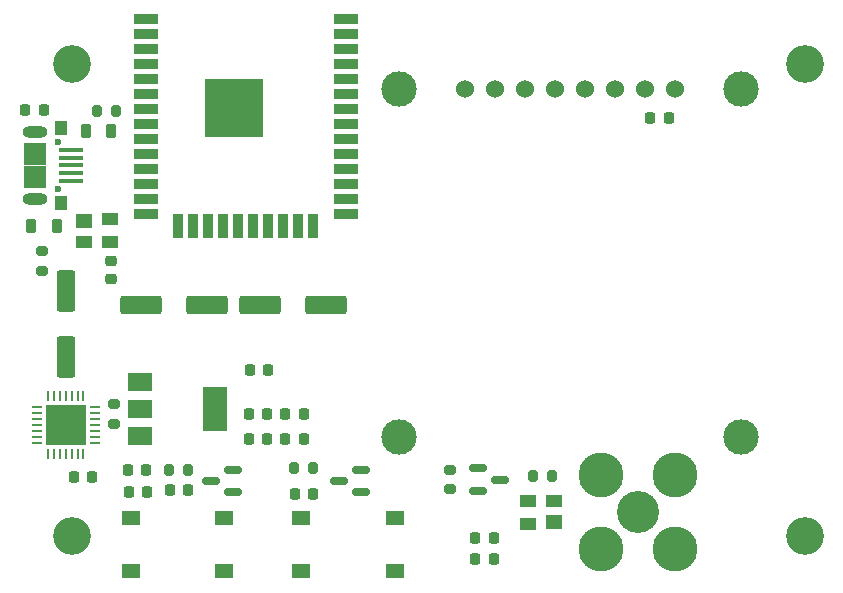
<source format=gbr>
%TF.GenerationSoftware,KiCad,Pcbnew,(5.99.0-10363-ga7f956581c)*%
%TF.CreationDate,2021-04-24T20:18:21-04:00*%
%TF.ProjectId,NTP_PPS_Board,4e54505f-5050-4535-9f42-6f6172642e6b,rev?*%
%TF.SameCoordinates,Original*%
%TF.FileFunction,Soldermask,Top*%
%TF.FilePolarity,Negative*%
%FSLAX46Y46*%
G04 Gerber Fmt 4.6, Leading zero omitted, Abs format (unit mm)*
G04 Created by KiCad (PCBNEW (5.99.0-10363-ga7f956581c)) date 2021-04-24 20:18:21*
%MOMM*%
%LPD*%
G01*
G04 APERTURE LIST*
G04 Aperture macros list*
%AMRoundRect*
0 Rectangle with rounded corners*
0 $1 Rounding radius*
0 $2 $3 $4 $5 $6 $7 $8 $9 X,Y pos of 4 corners*
0 Add a 4 corners polygon primitive as box body*
4,1,4,$2,$3,$4,$5,$6,$7,$8,$9,$2,$3,0*
0 Add four circle primitives for the rounded corners*
1,1,$1+$1,$2,$3*
1,1,$1+$1,$4,$5*
1,1,$1+$1,$6,$7*
1,1,$1+$1,$8,$9*
0 Add four rect primitives between the rounded corners*
20,1,$1+$1,$2,$3,$4,$5,0*
20,1,$1+$1,$4,$5,$6,$7,0*
20,1,$1+$1,$6,$7,$8,$9,0*
20,1,$1+$1,$8,$9,$2,$3,0*%
G04 Aperture macros list end*
%ADD10RoundRect,0.200000X-0.200000X-0.275000X0.200000X-0.275000X0.200000X0.275000X-0.200000X0.275000X0*%
%ADD11RoundRect,0.200000X-0.275000X0.200000X-0.275000X-0.200000X0.275000X-0.200000X0.275000X0.200000X0*%
%ADD12R,1.400000X1.200000*%
%ADD13R,1.400000X1.000000*%
%ADD14C,3.200000*%
%ADD15R,2.000000X0.900000*%
%ADD16R,0.900000X2.000000*%
%ADD17R,5.000000X5.000000*%
%ADD18RoundRect,0.218750X-0.218750X-0.256250X0.218750X-0.256250X0.218750X0.256250X-0.218750X0.256250X0*%
%ADD19RoundRect,0.150000X0.587500X0.150000X-0.587500X0.150000X-0.587500X-0.150000X0.587500X-0.150000X0*%
%ADD20RoundRect,0.218750X0.218750X0.381250X-0.218750X0.381250X-0.218750X-0.381250X0.218750X-0.381250X0*%
%ADD21R,1.550000X1.300000*%
%ADD22RoundRect,0.200000X0.275000X-0.200000X0.275000X0.200000X-0.275000X0.200000X-0.275000X-0.200000X0*%
%ADD23RoundRect,0.250000X-0.550000X1.500000X-0.550000X-1.500000X0.550000X-1.500000X0.550000X1.500000X0*%
%ADD24R,2.000000X1.500000*%
%ADD25R,2.000000X3.800000*%
%ADD26RoundRect,0.225000X0.225000X0.250000X-0.225000X0.250000X-0.225000X-0.250000X0.225000X-0.250000X0*%
%ADD27RoundRect,0.225000X-0.225000X-0.250000X0.225000X-0.250000X0.225000X0.250000X-0.225000X0.250000X0*%
%ADD28RoundRect,0.062500X0.062500X-0.337500X0.062500X0.337500X-0.062500X0.337500X-0.062500X-0.337500X0*%
%ADD29RoundRect,0.062500X0.337500X-0.062500X0.337500X0.062500X-0.337500X0.062500X-0.337500X-0.062500X0*%
%ADD30R,3.350000X3.350000*%
%ADD31RoundRect,0.150000X-0.587500X-0.150000X0.587500X-0.150000X0.587500X0.150000X-0.587500X0.150000X0*%
%ADD32RoundRect,0.250000X-1.500000X-0.550000X1.500000X-0.550000X1.500000X0.550000X-1.500000X0.550000X0*%
%ADD33RoundRect,0.225000X0.250000X-0.225000X0.250000X0.225000X-0.250000X0.225000X-0.250000X-0.225000X0*%
%ADD34C,3.000000*%
%ADD35C,1.524000*%
%ADD36C,0.600000*%
%ADD37R,2.100000X0.400000*%
%ADD38R,1.900000X1.900000*%
%ADD39RoundRect,0.475000X-0.600000X0.000000X-0.600000X0.000000X0.600000X0.000000X0.600000X0.000000X0*%
%ADD40R,1.000000X1.200000*%
%ADD41RoundRect,0.200000X0.200000X0.275000X-0.200000X0.275000X-0.200000X-0.275000X0.200000X-0.275000X0*%
%ADD42RoundRect,0.218750X0.218750X0.256250X-0.218750X0.256250X-0.218750X-0.256250X0.218750X-0.256250X0*%
%ADD43C,3.556000*%
%ADD44C,3.810000*%
G04 APERTURE END LIST*
D10*
%TO.C,R1*%
X94075000Y-79000000D03*
X95725000Y-79000000D03*
%TD*%
D11*
%TO.C,R9*%
X95504000Y-105473000D03*
X95504000Y-103823000D03*
%TD*%
D12*
%TO.C,D2*%
X132800000Y-113770000D03*
D13*
X132800000Y-112050000D03*
X130600000Y-112050000D03*
X130600000Y-113950000D03*
%TD*%
D14*
%TO.C,H2*%
X92000000Y-115000000D03*
%TD*%
D15*
%TO.C,U1*%
X98200000Y-71195000D03*
X98200000Y-72465000D03*
X98200000Y-73735000D03*
X98200000Y-75005000D03*
X98200000Y-76275000D03*
X98200000Y-77545000D03*
X98200000Y-78815000D03*
X98200000Y-80085000D03*
X98200000Y-81355000D03*
X98200000Y-82625000D03*
X98200000Y-83895000D03*
X98200000Y-85165000D03*
X98200000Y-86435000D03*
X98200000Y-87705000D03*
D16*
X100985000Y-88705000D03*
X102255000Y-88705000D03*
X103525000Y-88705000D03*
X104795000Y-88705000D03*
X106065000Y-88705000D03*
X107335000Y-88705000D03*
X108605000Y-88705000D03*
X109875000Y-88705000D03*
X111145000Y-88705000D03*
X112415000Y-88705000D03*
D15*
X115200000Y-87705000D03*
X115200000Y-86435000D03*
X115200000Y-85165000D03*
X115200000Y-83895000D03*
X115200000Y-82625000D03*
X115200000Y-81355000D03*
X115200000Y-80085000D03*
X115200000Y-78815000D03*
X115200000Y-77545000D03*
X115200000Y-76275000D03*
X115200000Y-75005000D03*
X115200000Y-73735000D03*
X115200000Y-72465000D03*
X115200000Y-71195000D03*
D17*
X105700000Y-78695000D03*
%TD*%
D18*
%TO.C,D4*%
X110012500Y-104600000D03*
X111587500Y-104600000D03*
%TD*%
D19*
%TO.C,Q3*%
X116475000Y-111250000D03*
X116475000Y-109350000D03*
X114600000Y-110300000D03*
%TD*%
D20*
%TO.C,FB2*%
X90662500Y-88700000D03*
X88537500Y-88700000D03*
%TD*%
D14*
%TO.C,H4*%
X154000000Y-75000000D03*
%TD*%
D21*
%TO.C,SW1*%
X104875000Y-113450000D03*
X96925000Y-113450000D03*
X104875000Y-117950000D03*
X96925000Y-117950000D03*
%TD*%
%TO.C,SW2*%
X119291000Y-113450000D03*
X111341000Y-113450000D03*
X119291000Y-117950000D03*
X111341000Y-117950000D03*
%TD*%
D22*
%TO.C,R3*%
X124000000Y-111025000D03*
X124000000Y-109375000D03*
%TD*%
D14*
%TO.C,H1*%
X92000000Y-75000000D03*
%TD*%
D23*
%TO.C,C8*%
X91440000Y-94228000D03*
X91440000Y-99828000D03*
%TD*%
D10*
%TO.C,R5*%
X100150000Y-109400000D03*
X101800000Y-109400000D03*
%TD*%
D24*
%TO.C,U3*%
X97750000Y-101900000D03*
X97750000Y-104200000D03*
D25*
X104050000Y-104200000D03*
D24*
X97750000Y-106500000D03*
%TD*%
D26*
%TO.C,R2*%
X127675000Y-116900000D03*
X126125000Y-116900000D03*
%TD*%
D27*
%TO.C,C3*%
X100225000Y-111100000D03*
X101775000Y-111100000D03*
%TD*%
D28*
%TO.C,U2*%
X89940000Y-108010000D03*
X90440000Y-108010000D03*
X90940000Y-108010000D03*
X91440000Y-108010000D03*
X91940000Y-108010000D03*
X92440000Y-108010000D03*
X92940000Y-108010000D03*
D29*
X93890000Y-107060000D03*
X93890000Y-106560000D03*
X93890000Y-106060000D03*
X93890000Y-105560000D03*
X93890000Y-105060000D03*
X93890000Y-104560000D03*
X93890000Y-104060000D03*
D28*
X92940000Y-103110000D03*
X92440000Y-103110000D03*
X91940000Y-103110000D03*
X91440000Y-103110000D03*
X90940000Y-103110000D03*
X90440000Y-103110000D03*
X89940000Y-103110000D03*
D29*
X88990000Y-104060000D03*
X88990000Y-104560000D03*
X88990000Y-105060000D03*
X88990000Y-105560000D03*
X88990000Y-106060000D03*
X88990000Y-106560000D03*
X88990000Y-107060000D03*
D30*
X91440000Y-105560000D03*
%TD*%
D19*
%TO.C,Q2*%
X105637500Y-111250000D03*
X105637500Y-109350000D03*
X103762500Y-110300000D03*
%TD*%
D14*
%TO.C,H3*%
X154000000Y-115000000D03*
%TD*%
D20*
%TO.C,FB1*%
X95262500Y-80700000D03*
X93137500Y-80700000D03*
%TD*%
D27*
%TO.C,R8*%
X92115000Y-109960000D03*
X93665000Y-109960000D03*
%TD*%
D26*
%TO.C,C9*%
X98311000Y-111252000D03*
X96761000Y-111252000D03*
%TD*%
D27*
%TO.C,C11*%
X140925000Y-79600000D03*
X142475000Y-79600000D03*
%TD*%
%TO.C,C1*%
X89575000Y-78900000D03*
X88025000Y-78900000D03*
%TD*%
D31*
%TO.C,Q1*%
X126362500Y-109250000D03*
X126362500Y-111150000D03*
X128237500Y-110200000D03*
%TD*%
D26*
%TO.C,R11*%
X108475000Y-104600000D03*
X106925000Y-104600000D03*
%TD*%
D27*
%TO.C,C10*%
X96725000Y-109400000D03*
X98275000Y-109400000D03*
%TD*%
D32*
%TO.C,C5*%
X97784000Y-95400000D03*
X103384000Y-95400000D03*
%TD*%
D33*
%TO.C,C4*%
X95250000Y-91681000D03*
X95250000Y-93231000D03*
%TD*%
D34*
%TO.C,U4*%
X119622000Y-77131500D03*
X148578000Y-77131500D03*
X148578000Y-106595500D03*
X119622000Y-106595500D03*
D35*
X125210000Y-77131500D03*
X127750000Y-77131500D03*
X130290000Y-77131500D03*
X132830000Y-77131500D03*
X135370000Y-77131500D03*
X137910000Y-77131500D03*
X140450000Y-77131500D03*
X142990000Y-77131500D03*
%TD*%
D10*
%TO.C,R4*%
X110750000Y-109200000D03*
X112400000Y-109200000D03*
%TD*%
D27*
%TO.C,C7*%
X107025000Y-100900000D03*
X108575000Y-100900000D03*
%TD*%
D36*
%TO.C,J1*%
X90800000Y-81600000D03*
X90800000Y-85600000D03*
D37*
X91850000Y-82300000D03*
X91850000Y-82950000D03*
X91850000Y-83600000D03*
X91850000Y-84250000D03*
X91850000Y-84900000D03*
D38*
X88800000Y-84600000D03*
D39*
X88800000Y-86425000D03*
D40*
X91050000Y-80400000D03*
X91050000Y-86800000D03*
D38*
X88800000Y-82600000D03*
D39*
X88800000Y-80775000D03*
%TD*%
D18*
%TO.C,D3*%
X110012500Y-106800000D03*
X111587500Y-106800000D03*
%TD*%
D26*
%TO.C,R7*%
X108475000Y-106800000D03*
X106925000Y-106800000D03*
%TD*%
D41*
%TO.C,R6*%
X132625000Y-109900000D03*
X130975000Y-109900000D03*
%TD*%
D32*
%TO.C,C6*%
X107900000Y-95400000D03*
X113500000Y-95400000D03*
%TD*%
D22*
%TO.C,R10*%
X89408000Y-92519000D03*
X89408000Y-90869000D03*
%TD*%
D42*
%TO.C,D1*%
X127687500Y-115100000D03*
X126112500Y-115100000D03*
%TD*%
D27*
%TO.C,C2*%
X112375000Y-111400000D03*
X110825000Y-111400000D03*
%TD*%
D12*
%TO.C,D5*%
X92950000Y-88330000D03*
D13*
X92950000Y-90050000D03*
X95150000Y-90050000D03*
X95150000Y-88150000D03*
%TD*%
D43*
%TO.C,Je1*%
X139900000Y-112900000D03*
D44*
X136770000Y-116030000D03*
X143030000Y-116030000D03*
X143030000Y-109770000D03*
X136770000Y-109770000D03*
%TD*%
M02*

</source>
